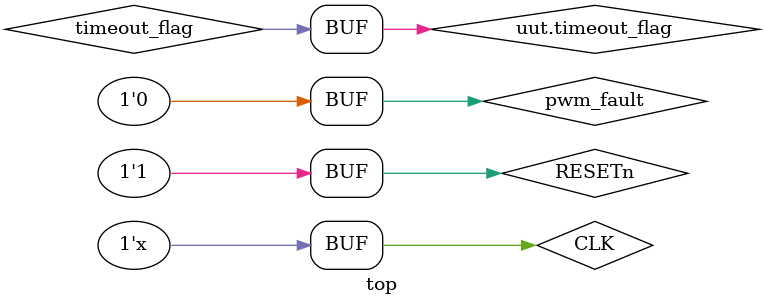
<source format=v>

`timescale 1ns/1ps

module top();
    wire  		pwm0;
    wire  		pwm1;
    wire  		pwm_fault = 0;
    reg  		CLK = 0;
    wire 		RESETn = 1;
    wire 		irq;

    `ifdef BUS_TYPE_APB
        wire [31:0] PADDR;
        wire PWRITE;
        wire PSEL;
        wire PENABLE;
        wire [31:0] PWDATA;
        wire [31:0] PRDATA;
        wire PREADY;
        EF_TMR32_APB uut( .pwm0(pwm0), .pwm1(pwm1), .pwm_fault(pwm_fault), .PCLK(CLK), .PRESETn(RESETn), .PADDR(PADDR), .PWRITE(PWRITE), .PSEL(PSEL), .PENABLE(PENABLE), .PWDATA(PWDATA), .PRDATA(PRDATA), .PREADY(PREADY), .IRQ(irq)
        );
    `endif // BUS_TYPE_APB
    `ifdef BUS_TYPE_AHB
        wire [31:0]	HADDR;
        wire 		HWRITE;
        wire 		HSEL = 0;
        wire 		HREADYOUT;
        wire [1:0]	HTRANS=0;
        wire [31:0]	HWDATA;
        wire [31:0]	HRDATA;
        wire 		HREADY;
        EF_TMR32_AHBL uut(.pwm0(pwm0), .pwm1(pwm1), .pwm_fault(pwm_fault), .HCLK(CLK), .HRESETn(RESETn), .HADDR(HADDR), .HWRITE(HWRITE), .HSEL(HSEL), .HTRANS(HTRANS), .HWDATA(HWDATA), .HRDATA(HRDATA), .HREADY(HREADY),.HREADYOUT(HREADYOUT), .IRQ(irq));
    `endif // BUS_TYPE_AHB
    `ifdef BUS_TYPE_WISHBONE
        wire [31:0] adr_i;
        wire [31:0] dat_i;
        wire [31:0] dat_o;
        wire [3:0]  sel_i;
        wire        cyc_i;
        wire        stb_i;
        reg         ack_o;
        EF_TMR32_WB uut(.pwm0(pwm0), .pwm1(pwm1), .pwm_fault(pwm_fault), .clk_i(CLK), .rst_i(~RESETn), .adr_i(adr_i), .dat_i(dat_i), .dat_o(dat_o), .sel_i(sel_i), .cyc_i(cyc_i), .stb_i(stb_i), .ack_o(ack_o),.we_i(we_i), .IRQ(irq));
    `endif // BUS_TYPE_WISHBONE
`ifndef SKIP_WAVE_DUMP
initial begin
    $dumpfile("waves.vcd");
    $dumpvars(0, top);
end
`endif

always #5 CLK <= !CLK;

// get the timeout flag as it's not output 
wire timeout_flag = uut.timeout_flag;

endmodule
</source>
